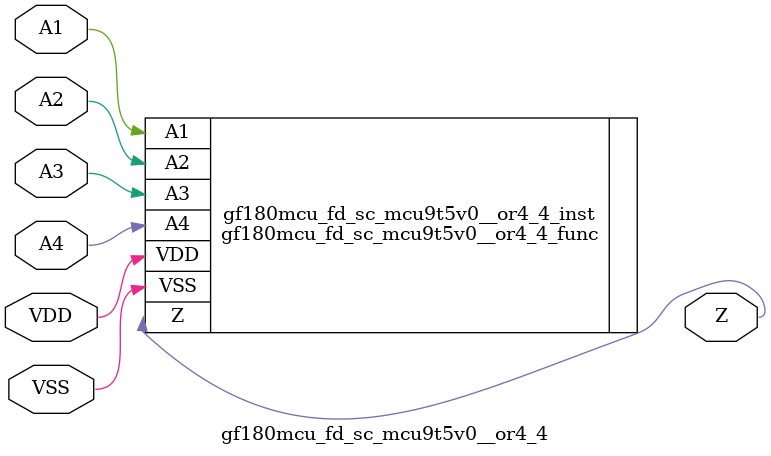
<source format=v>

module gf180mcu_fd_sc_mcu9t5v0__or4_4( A4, A3, A2, A1, Z, VDD, VSS );
input A1, A2, A3, A4;
inout VDD, VSS;
output Z;

   `ifdef FUNCTIONAL  //  functional //

	gf180mcu_fd_sc_mcu9t5v0__or4_4_func gf180mcu_fd_sc_mcu9t5v0__or4_4_behav_inst(.A4(A4),.A3(A3),.A2(A2),.A1(A1),.Z(Z),.VDD(VDD),.VSS(VSS));

   `else

	gf180mcu_fd_sc_mcu9t5v0__or4_4_func gf180mcu_fd_sc_mcu9t5v0__or4_4_inst(.A4(A4),.A3(A3),.A2(A2),.A1(A1),.Z(Z),.VDD(VDD),.VSS(VSS));

	// spec_gates_begin


	// spec_gates_end



   specify

	// specify_block_begin

	// comb arc A1 --> Z
	 (A1 => Z) = (1.0,1.0);

	// comb arc A2 --> Z
	 (A2 => Z) = (1.0,1.0);

	// comb arc A3 --> Z
	 (A3 => Z) = (1.0,1.0);

	// comb arc A4 --> Z
	 (A4 => Z) = (1.0,1.0);

	// specify_block_end

   endspecify

   `endif

endmodule

</source>
